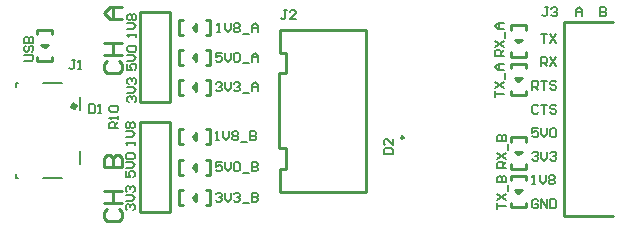
<source format=gto>
%FSLAX44Y44*%
%MOMM*%
G71*
G01*
G75*
%ADD10R,1.3000X0.4500*%
%ADD11R,2.7940X0.7366*%
%ADD12R,0.5000X0.2000*%
%ADD13R,0.7620X0.7620*%
%ADD14R,0.3000X0.3000*%
%ADD15R,0.7620X0.7620*%
%ADD16R,0.6200X0.5700*%
%ADD17C,0.1500*%
%ADD18C,0.2540*%
%ADD19R,1.5240X1.5240*%
%ADD20C,1.5240*%
%ADD21C,0.8000*%
%ADD22O,1.8000X1.1500*%
%ADD23O,2.0000X1.4500*%
%ADD24R,1.8000X1.8000*%
%ADD25C,1.8000*%
%ADD26C,0.6100*%
%ADD27C,0.6000*%
%ADD28C,3.3000*%
%ADD29R,0.5700X0.6200*%
%ADD30R,0.6000X0.5500*%
%ADD31R,1.4000X2.2000*%
%ADD32O,1.7500X0.3500*%
%ADD33O,0.3500X1.7500*%
%ADD34R,0.8500X0.3500*%
%ADD35R,0.9500X0.9500*%
%ADD36R,0.5500X0.6000*%
%ADD37R,0.9700X0.9600*%
%ADD38R,0.9500X0.9500*%
%ADD39R,1.2500X0.3000*%
%ADD40O,0.3000X0.8000*%
%ADD41O,0.8000X0.3000*%
%ADD42R,1.5000X1.0000*%
%ADD43C,0.4000*%
%ADD44C,0.2286*%
%ADD45C,0.1778*%
D17*
X1292900Y1130640D02*
X1294300D01*
X1315600D02*
X1331600D01*
X1315600Y1210640D02*
X1331600D01*
X1292900D02*
X1294300D01*
X1346900Y1187640D02*
Y1198940D01*
Y1142340D02*
Y1153640D01*
X1292900Y1207640D02*
Y1210640D01*
Y1130640D02*
Y1133640D01*
D18*
X1621120Y1164680D02*
G03*
X1621120Y1164680I-1000J0D01*
G01*
X1516940Y1118920D02*
Y1138478D01*
X1522020D01*
Y1155750D01*
X1515670D02*
X1522020D01*
X1515670D02*
Y1219250D01*
X1522020D01*
Y1236522D01*
X1516940D02*
X1522020D01*
X1516940D02*
Y1256080D01*
X1589330D01*
Y1118920D02*
Y1256080D01*
X1516940Y1118920D02*
X1589330D01*
X1317500Y1241485D02*
X1320500Y1243485D01*
X1314500D02*
X1317500Y1241485D01*
X1314500Y1243485D02*
X1320500D01*
X1718250Y1150485D02*
X1721250Y1152485D01*
X1715250D02*
X1718250Y1150485D01*
X1715250Y1152485D02*
X1721250D01*
X1718250Y1117985D02*
X1721250Y1119985D01*
X1715250D02*
X1718250Y1117985D01*
X1715250Y1119985D02*
X1721250D01*
X1718250Y1245485D02*
X1721250Y1247485D01*
X1715250D02*
X1718250Y1245485D01*
X1715250Y1247485D02*
X1721250D01*
X1718250Y1212985D02*
X1721250Y1214985D01*
X1715250D02*
X1718250Y1212985D01*
X1715250Y1214985D02*
X1721250D01*
X1757300Y1262700D02*
X1798500D01*
X1757300Y1097900D02*
Y1262700D01*
Y1097900D02*
X1798500D01*
X1398354Y1177700D02*
X1423754D01*
X1398354Y1101500D02*
Y1177700D01*
Y1101500D02*
X1423754D01*
Y1177700D01*
X1398354Y1270702D02*
X1423754D01*
X1398354Y1194502D02*
Y1270702D01*
Y1194502D02*
X1423754D01*
Y1270702D01*
X1444985Y1254750D02*
Y1260750D01*
X1442985Y1257750D02*
X1444985Y1260750D01*
X1442985Y1257750D02*
X1444985Y1254750D01*
Y1204500D02*
Y1210500D01*
X1442985Y1207500D02*
X1444985Y1210500D01*
X1442985Y1207500D02*
X1444985Y1204500D01*
Y1229625D02*
Y1235625D01*
X1442985Y1232625D02*
X1444985Y1235625D01*
X1442985Y1232625D02*
X1444985Y1229625D01*
Y1162500D02*
Y1168500D01*
X1442985Y1165500D02*
X1444985Y1168500D01*
X1442985Y1165500D02*
X1444985Y1162500D01*
Y1110750D02*
Y1116750D01*
X1442985Y1113750D02*
X1444985Y1116750D01*
X1442985Y1113750D02*
X1444985Y1110750D01*
Y1136625D02*
Y1142625D01*
X1442985Y1139625D02*
X1444985Y1142625D01*
X1442985Y1139625D02*
X1444985Y1136625D01*
X1369804Y1229407D02*
X1367265Y1226868D01*
Y1221789D01*
X1369804Y1219250D01*
X1379961D01*
X1382500Y1221789D01*
Y1226868D01*
X1379961Y1229407D01*
X1367265Y1234485D02*
X1382500D01*
X1374882D01*
Y1244642D01*
X1367265D01*
X1382500D01*
Y1264955D02*
X1372343D01*
X1367265Y1270034D01*
X1372343Y1275112D01*
X1382500D01*
X1374882D01*
Y1264955D01*
X1369804Y1104157D02*
X1367265Y1101618D01*
Y1096539D01*
X1369804Y1094000D01*
X1379961D01*
X1382500Y1096539D01*
Y1101618D01*
X1379961Y1104157D01*
X1367265Y1109235D02*
X1382500D01*
X1374883D01*
Y1119392D01*
X1367265D01*
X1382500D01*
X1367265Y1139705D02*
X1382500D01*
Y1147323D01*
X1379961Y1149862D01*
X1377422D01*
X1374883Y1147323D01*
Y1139705D01*
Y1147323D01*
X1372343Y1149862D01*
X1369804D01*
X1367265Y1147323D01*
Y1139705D01*
D43*
X1343314Y1191054D02*
G03*
X1343314Y1191054I-1414J0D01*
G01*
D44*
X1311150Y1252025D02*
Y1255835D01*
X1323850D01*
Y1252025D02*
Y1255835D01*
X1311150Y1229165D02*
Y1232975D01*
Y1229165D02*
X1323850D01*
Y1232975D01*
X1711900Y1161025D02*
Y1164835D01*
X1724600D01*
Y1161025D02*
Y1164835D01*
X1711900Y1138165D02*
Y1141975D01*
Y1138165D02*
X1724600D01*
Y1141975D01*
X1711900Y1128525D02*
Y1132335D01*
X1724600D01*
Y1128525D02*
Y1132335D01*
X1711900Y1105665D02*
Y1109475D01*
Y1105665D02*
X1724600D01*
Y1109475D01*
X1711900Y1256025D02*
Y1259835D01*
X1724600D01*
Y1256025D02*
Y1259835D01*
X1711900Y1233165D02*
Y1236975D01*
Y1233165D02*
X1724600D01*
Y1236975D01*
X1711900Y1223525D02*
Y1227335D01*
X1724600D01*
Y1223525D02*
Y1227335D01*
X1711900Y1200665D02*
Y1204475D01*
Y1200665D02*
X1724600D01*
Y1204475D01*
X1430665Y1251400D02*
X1434475D01*
X1430665D02*
Y1264100D01*
X1434475D01*
X1453525Y1251400D02*
X1457335D01*
Y1264100D01*
X1453525D02*
X1457335D01*
X1430665Y1201150D02*
X1434475D01*
X1430665D02*
Y1213850D01*
X1434475D01*
X1453525Y1201150D02*
X1457335D01*
Y1213850D01*
X1453525D02*
X1457335D01*
X1430665Y1226275D02*
X1434475D01*
X1430665D02*
Y1238975D01*
X1434475D01*
X1453525Y1226275D02*
X1457335D01*
Y1238975D01*
X1453525D02*
X1457335D01*
X1430665Y1159150D02*
X1434475D01*
X1430665D02*
Y1171850D01*
X1434475D01*
X1453525Y1159150D02*
X1457335D01*
Y1171850D01*
X1453525D02*
X1457335D01*
X1430665Y1107400D02*
X1434475D01*
X1430665D02*
Y1120100D01*
X1434475D01*
X1453525Y1107400D02*
X1457335D01*
Y1120100D01*
X1453525D02*
X1457335D01*
X1430665Y1133275D02*
X1434475D01*
X1430665D02*
Y1145975D01*
X1434475D01*
X1453525Y1133275D02*
X1457335D01*
Y1145975D01*
X1453525D02*
X1457335D01*
D45*
X1522145Y1272460D02*
X1519606D01*
X1520876D01*
Y1266113D01*
X1519606Y1264843D01*
X1518337D01*
X1517067Y1266113D01*
X1529763Y1264843D02*
X1524685D01*
X1529763Y1269921D01*
Y1271191D01*
X1528493Y1272460D01*
X1525954D01*
X1524685Y1271191D01*
X1604382Y1150750D02*
X1612000D01*
Y1154559D01*
X1610730Y1155828D01*
X1605652D01*
X1604382Y1154559D01*
Y1150750D01*
X1612000Y1163446D02*
Y1158367D01*
X1606922Y1163446D01*
X1605652D01*
X1604382Y1162176D01*
Y1159637D01*
X1605652Y1158367D01*
X1299883Y1229750D02*
X1306230D01*
X1307500Y1231020D01*
Y1233559D01*
X1306230Y1234828D01*
X1299883D01*
X1301152Y1242446D02*
X1299883Y1241176D01*
Y1238637D01*
X1301152Y1237367D01*
X1302422D01*
X1303691Y1238637D01*
Y1241176D01*
X1304961Y1242446D01*
X1306230D01*
X1307500Y1241176D01*
Y1238637D01*
X1306230Y1237367D01*
X1299883Y1244985D02*
X1307500D01*
Y1248794D01*
X1306230Y1250063D01*
X1304961D01*
X1303691Y1248794D01*
Y1244985D01*
Y1248794D01*
X1302422Y1250063D01*
X1301152D01*
X1299883Y1248794D01*
Y1244985D01*
X1708250Y1139000D02*
X1700632D01*
Y1142809D01*
X1701902Y1144078D01*
X1704441D01*
X1705711Y1142809D01*
Y1139000D01*
Y1141539D02*
X1708250Y1144078D01*
X1700632Y1146618D02*
X1708250Y1151696D01*
X1700632D02*
X1708250Y1146618D01*
X1709520Y1154235D02*
Y1159313D01*
X1700632Y1161853D02*
X1708250D01*
Y1165661D01*
X1706980Y1166931D01*
X1705711D01*
X1704441Y1165661D01*
Y1161853D01*
Y1165661D01*
X1703172Y1166931D01*
X1701902D01*
X1700632Y1165661D01*
Y1161853D01*
Y1104000D02*
Y1109078D01*
Y1106539D01*
X1708250D01*
X1700632Y1111618D02*
X1708250Y1116696D01*
X1700632D02*
X1708250Y1111618D01*
X1709520Y1119235D02*
Y1124313D01*
X1700632Y1126853D02*
X1708250D01*
Y1130661D01*
X1706980Y1131931D01*
X1705711D01*
X1704441Y1130661D01*
Y1126853D01*
Y1130661D01*
X1703172Y1131931D01*
X1701902D01*
X1700632Y1130661D01*
Y1126853D01*
X1705750Y1234000D02*
X1698132D01*
Y1237809D01*
X1699402Y1239078D01*
X1701941D01*
X1703211Y1237809D01*
Y1234000D01*
Y1236539D02*
X1705750Y1239078D01*
X1698132Y1241618D02*
X1705750Y1246696D01*
X1698132D02*
X1705750Y1241618D01*
X1707020Y1249235D02*
Y1254313D01*
X1705750Y1256853D02*
X1700672D01*
X1698132Y1259392D01*
X1700672Y1261931D01*
X1705750D01*
X1701941D01*
Y1256853D01*
X1698132Y1199000D02*
Y1204078D01*
Y1201539D01*
X1705750D01*
X1698132Y1206618D02*
X1705750Y1211696D01*
X1698132D02*
X1705750Y1206618D01*
X1707020Y1214235D02*
Y1219313D01*
X1705750Y1221853D02*
X1700672D01*
X1698132Y1224392D01*
X1700672Y1226931D01*
X1705750D01*
X1701941D01*
Y1221853D01*
X1379750Y1172750D02*
X1372133D01*
Y1176559D01*
X1373402Y1177828D01*
X1375941D01*
X1377211Y1176559D01*
Y1172750D01*
Y1175289D02*
X1379750Y1177828D01*
Y1180368D02*
Y1182907D01*
Y1181637D01*
X1372133D01*
X1373402Y1180368D01*
Y1186715D02*
X1372133Y1187985D01*
Y1190524D01*
X1373402Y1191794D01*
X1378480D01*
X1379750Y1190524D01*
Y1187985D01*
X1378480Y1186715D01*
X1373402D01*
X1743578Y1275117D02*
X1741039D01*
X1742309D01*
Y1268770D01*
X1741039Y1267500D01*
X1739770D01*
X1738500Y1268770D01*
X1746118Y1273848D02*
X1747387Y1275117D01*
X1749926D01*
X1751196Y1273848D01*
Y1272578D01*
X1749926Y1271309D01*
X1748657D01*
X1749926D01*
X1751196Y1270039D01*
Y1268770D01*
X1749926Y1267500D01*
X1747387D01*
X1746118Y1268770D01*
X1343078Y1230118D02*
X1340539D01*
X1341809D01*
Y1223770D01*
X1340539Y1222500D01*
X1339270D01*
X1338000Y1223770D01*
X1345618Y1222500D02*
X1348157D01*
X1346887D01*
Y1230118D01*
X1345618Y1228848D01*
X1355000Y1192868D02*
Y1185250D01*
X1358809D01*
X1360078Y1186520D01*
Y1191598D01*
X1358809Y1192868D01*
X1355000D01*
X1362617Y1185250D02*
X1365157D01*
X1363887D01*
Y1192868D01*
X1362617Y1191598D01*
X1463520Y1253750D02*
X1466059D01*
X1464789D01*
Y1261367D01*
X1463520Y1260098D01*
X1469868Y1261367D02*
Y1256289D01*
X1472407Y1253750D01*
X1474946Y1256289D01*
Y1261367D01*
X1477485Y1260098D02*
X1478755Y1261367D01*
X1481294D01*
X1482563Y1260098D01*
Y1258828D01*
X1481294Y1257559D01*
X1482563Y1256289D01*
Y1255020D01*
X1481294Y1253750D01*
X1478755D01*
X1477485Y1255020D01*
Y1256289D01*
X1478755Y1257559D01*
X1477485Y1258828D01*
Y1260098D01*
X1478755Y1257559D02*
X1481294D01*
X1485103Y1252480D02*
X1490181D01*
X1492720Y1253750D02*
Y1258828D01*
X1495259Y1261367D01*
X1497798Y1258828D01*
Y1253750D01*
Y1257559D01*
X1492720D01*
X1462250Y1162500D02*
X1464789D01*
X1463520D01*
Y1170117D01*
X1462250Y1168848D01*
X1468598Y1170117D02*
Y1165039D01*
X1471137Y1162500D01*
X1473676Y1165039D01*
Y1170117D01*
X1476216Y1168848D02*
X1477485Y1170117D01*
X1480024D01*
X1481294Y1168848D01*
Y1167578D01*
X1480024Y1166309D01*
X1481294Y1165039D01*
Y1163770D01*
X1480024Y1162500D01*
X1477485D01*
X1476216Y1163770D01*
Y1165039D01*
X1477485Y1166309D01*
X1476216Y1167578D01*
Y1168848D01*
X1477485Y1166309D02*
X1480024D01*
X1483833Y1161230D02*
X1488911D01*
X1491451Y1170117D02*
Y1162500D01*
X1495259D01*
X1496529Y1163770D01*
Y1165039D01*
X1495259Y1166309D01*
X1491451D01*
X1495259D01*
X1496529Y1167578D01*
Y1168848D01*
X1495259Y1170117D01*
X1491451D01*
X1462250Y1210348D02*
X1463520Y1211618D01*
X1466059D01*
X1467328Y1210348D01*
Y1209078D01*
X1466059Y1207809D01*
X1464789D01*
X1466059D01*
X1467328Y1206539D01*
Y1205270D01*
X1466059Y1204000D01*
X1463520D01*
X1462250Y1205270D01*
X1469868Y1211618D02*
Y1206539D01*
X1472407Y1204000D01*
X1474946Y1206539D01*
Y1211618D01*
X1477485Y1210348D02*
X1478755Y1211618D01*
X1481294D01*
X1482563Y1210348D01*
Y1209078D01*
X1481294Y1207809D01*
X1480024D01*
X1481294D01*
X1482563Y1206539D01*
Y1205270D01*
X1481294Y1204000D01*
X1478755D01*
X1477485Y1205270D01*
X1485103Y1202730D02*
X1490181D01*
X1492720Y1204000D02*
Y1209078D01*
X1495259Y1211618D01*
X1497798Y1209078D01*
Y1204000D01*
Y1207809D01*
X1492720D01*
X1462250Y1116598D02*
X1463520Y1117868D01*
X1466059D01*
X1467328Y1116598D01*
Y1115328D01*
X1466059Y1114059D01*
X1464789D01*
X1466059D01*
X1467328Y1112789D01*
Y1111520D01*
X1466059Y1110250D01*
X1463520D01*
X1462250Y1111520D01*
X1469868Y1117868D02*
Y1112789D01*
X1472407Y1110250D01*
X1474946Y1112789D01*
Y1117868D01*
X1477485Y1116598D02*
X1478755Y1117868D01*
X1481294D01*
X1482563Y1116598D01*
Y1115328D01*
X1481294Y1114059D01*
X1480024D01*
X1481294D01*
X1482563Y1112789D01*
Y1111520D01*
X1481294Y1110250D01*
X1478755D01*
X1477485Y1111520D01*
X1485103Y1108980D02*
X1490181D01*
X1492720Y1117868D02*
Y1110250D01*
X1496529D01*
X1497798Y1111520D01*
Y1112789D01*
X1496529Y1114059D01*
X1492720D01*
X1496529D01*
X1497798Y1115328D01*
Y1116598D01*
X1496529Y1117868D01*
X1492720D01*
X1467328Y1236492D02*
X1462250D01*
Y1232684D01*
X1464789Y1233953D01*
X1466059D01*
X1467328Y1232684D01*
Y1230145D01*
X1466059Y1228875D01*
X1463520D01*
X1462250Y1230145D01*
X1469868Y1236492D02*
Y1231414D01*
X1472407Y1228875D01*
X1474946Y1231414D01*
Y1236492D01*
X1477485Y1235223D02*
X1478755Y1236492D01*
X1481294D01*
X1482563Y1235223D01*
Y1230145D01*
X1481294Y1228875D01*
X1478755D01*
X1477485Y1230145D01*
Y1235223D01*
X1485103Y1227605D02*
X1490181D01*
X1492720Y1228875D02*
Y1233953D01*
X1495259Y1236492D01*
X1497798Y1233953D01*
Y1228875D01*
Y1232684D01*
X1492720D01*
X1467328Y1143992D02*
X1462250D01*
Y1140184D01*
X1464789Y1141453D01*
X1466059D01*
X1467328Y1140184D01*
Y1137645D01*
X1466059Y1136375D01*
X1463520D01*
X1462250Y1137645D01*
X1469868Y1143992D02*
Y1138914D01*
X1472407Y1136375D01*
X1474946Y1138914D01*
Y1143992D01*
X1477485Y1142723D02*
X1478755Y1143992D01*
X1481294D01*
X1482563Y1142723D01*
Y1137645D01*
X1481294Y1136375D01*
X1478755D01*
X1477485Y1137645D01*
Y1142723D01*
X1485103Y1135105D02*
X1490181D01*
X1492720Y1143992D02*
Y1136375D01*
X1496529D01*
X1497798Y1137645D01*
Y1138914D01*
X1496529Y1140184D01*
X1492720D01*
X1496529D01*
X1497798Y1141453D01*
Y1142723D01*
X1496529Y1143992D01*
X1492720D01*
X1735078Y1172617D02*
X1730000D01*
Y1168809D01*
X1732539Y1170078D01*
X1733809D01*
X1735078Y1168809D01*
Y1166270D01*
X1733809Y1165000D01*
X1731270D01*
X1730000Y1166270D01*
X1737617Y1172617D02*
Y1167539D01*
X1740157Y1165000D01*
X1742696Y1167539D01*
Y1172617D01*
X1745235Y1171348D02*
X1746505Y1172617D01*
X1749044D01*
X1750313Y1171348D01*
Y1166270D01*
X1749044Y1165000D01*
X1746505D01*
X1745235Y1166270D01*
Y1171348D01*
X1735078Y1111348D02*
X1733809Y1112617D01*
X1731270D01*
X1730000Y1111348D01*
Y1106270D01*
X1731270Y1105000D01*
X1733809D01*
X1735078Y1106270D01*
Y1108809D01*
X1732539D01*
X1737617Y1105000D02*
Y1112617D01*
X1742696Y1105000D01*
Y1112617D01*
X1745235D02*
Y1105000D01*
X1749044D01*
X1750313Y1106270D01*
Y1111348D01*
X1749044Y1112617D01*
X1745235D01*
X1730000Y1125000D02*
X1732539D01*
X1731270D01*
Y1132617D01*
X1730000Y1131348D01*
X1736348Y1132617D02*
Y1127539D01*
X1738887Y1125000D01*
X1741426Y1127539D01*
Y1132617D01*
X1743965Y1131348D02*
X1745235Y1132617D01*
X1747774D01*
X1749044Y1131348D01*
Y1130078D01*
X1747774Y1128809D01*
X1749044Y1127539D01*
Y1126270D01*
X1747774Y1125000D01*
X1745235D01*
X1743965Y1126270D01*
Y1127539D01*
X1745235Y1128809D01*
X1743965Y1130078D01*
Y1131348D01*
X1745235Y1128809D02*
X1747774D01*
X1735078Y1191348D02*
X1733809Y1192617D01*
X1731270D01*
X1730000Y1191348D01*
Y1186270D01*
X1731270Y1185000D01*
X1733809D01*
X1735078Y1186270D01*
X1737617Y1192617D02*
X1742696D01*
X1740157D01*
Y1185000D01*
X1750313Y1191348D02*
X1749044Y1192617D01*
X1746505D01*
X1745235Y1191348D01*
Y1190078D01*
X1746505Y1188809D01*
X1749044D01*
X1750313Y1187539D01*
Y1186270D01*
X1749044Y1185000D01*
X1746505D01*
X1745235Y1186270D01*
X1730000Y1205000D02*
Y1212617D01*
X1733809D01*
X1735078Y1211348D01*
Y1208809D01*
X1733809Y1207539D01*
X1730000D01*
X1732539D02*
X1735078Y1205000D01*
X1737617Y1212617D02*
X1742696D01*
X1740157D01*
Y1205000D01*
X1750313Y1211348D02*
X1749044Y1212617D01*
X1746505D01*
X1745235Y1211348D01*
Y1210078D01*
X1746505Y1208809D01*
X1749044D01*
X1750313Y1207539D01*
Y1206270D01*
X1749044Y1205000D01*
X1746505D01*
X1745235Y1206270D01*
X1737617Y1225000D02*
Y1232617D01*
X1741426D01*
X1742696Y1231348D01*
Y1228809D01*
X1741426Y1227539D01*
X1737617D01*
X1740157D02*
X1742696Y1225000D01*
X1745235Y1232617D02*
X1750313Y1225000D01*
Y1232617D02*
X1745235Y1225000D01*
X1737617Y1252617D02*
X1742696D01*
X1740157D01*
Y1245000D01*
X1745235Y1252617D02*
X1750313Y1245000D01*
Y1252617D02*
X1745235Y1245000D01*
X1787500Y1275117D02*
Y1267500D01*
X1791309D01*
X1792578Y1268770D01*
Y1270039D01*
X1791309Y1271309D01*
X1787500D01*
X1791309D01*
X1792578Y1272578D01*
Y1273848D01*
X1791309Y1275117D01*
X1787500D01*
X1767500Y1267500D02*
Y1272578D01*
X1770039Y1275117D01*
X1772578Y1272578D01*
Y1267500D01*
Y1271309D01*
X1767500D01*
X1730000Y1151348D02*
X1731270Y1152617D01*
X1733809D01*
X1735078Y1151348D01*
Y1150078D01*
X1733809Y1148809D01*
X1732539D01*
X1733809D01*
X1735078Y1147539D01*
Y1146270D01*
X1733809Y1145000D01*
X1731270D01*
X1730000Y1146270D01*
X1737617Y1152617D02*
Y1147539D01*
X1740157Y1145000D01*
X1742696Y1147539D01*
Y1152617D01*
X1745235Y1151348D02*
X1746505Y1152617D01*
X1749044D01*
X1750313Y1151348D01*
Y1150078D01*
X1749044Y1148809D01*
X1747774D01*
X1749044D01*
X1750313Y1147539D01*
Y1146270D01*
X1749044Y1145000D01*
X1746505D01*
X1745235Y1146270D01*
X1388402Y1194500D02*
X1387133Y1195770D01*
Y1198309D01*
X1388402Y1199578D01*
X1389672D01*
X1390941Y1198309D01*
Y1197039D01*
Y1198309D01*
X1392211Y1199578D01*
X1393480D01*
X1394750Y1198309D01*
Y1195770D01*
X1393480Y1194500D01*
X1387133Y1202117D02*
X1392211D01*
X1394750Y1204657D01*
X1392211Y1207196D01*
X1387133D01*
X1388402Y1209735D02*
X1387133Y1211005D01*
Y1213544D01*
X1388402Y1214813D01*
X1389672D01*
X1390941Y1213544D01*
Y1212274D01*
Y1213544D01*
X1392211Y1214813D01*
X1393480D01*
X1394750Y1213544D01*
Y1211005D01*
X1393480Y1209735D01*
X1387383Y1227328D02*
Y1222250D01*
X1391191D01*
X1389922Y1224789D01*
Y1226059D01*
X1391191Y1227328D01*
X1393730D01*
X1395000Y1226059D01*
Y1223520D01*
X1393730Y1222250D01*
X1387383Y1229867D02*
X1392461D01*
X1395000Y1232407D01*
X1392461Y1234946D01*
X1387383D01*
X1388652Y1237485D02*
X1387383Y1238755D01*
Y1241294D01*
X1388652Y1242563D01*
X1393730D01*
X1395000Y1241294D01*
Y1238755D01*
X1393730Y1237485D01*
X1388652D01*
X1395000Y1250000D02*
Y1252539D01*
Y1251270D01*
X1387382D01*
X1388652Y1250000D01*
X1387382Y1256348D02*
X1392461D01*
X1395000Y1258887D01*
X1392461Y1261426D01*
X1387382D01*
X1388652Y1263966D02*
X1387382Y1265235D01*
Y1267774D01*
X1388652Y1269044D01*
X1389922D01*
X1391191Y1267774D01*
X1392461Y1269044D01*
X1393730D01*
X1395000Y1267774D01*
Y1265235D01*
X1393730Y1263966D01*
X1392461D01*
X1391191Y1265235D01*
X1389922Y1263966D01*
X1388652D01*
X1391191Y1265235D02*
Y1267774D01*
X1393750Y1158750D02*
Y1161289D01*
Y1160020D01*
X1386132D01*
X1387402Y1158750D01*
X1386132Y1165098D02*
X1391211D01*
X1393750Y1167637D01*
X1391211Y1170176D01*
X1386132D01*
X1387402Y1172716D02*
X1386132Y1173985D01*
Y1176524D01*
X1387402Y1177794D01*
X1388672D01*
X1389941Y1176524D01*
X1391211Y1177794D01*
X1392480D01*
X1393750Y1176524D01*
Y1173985D01*
X1392480Y1172716D01*
X1391211D01*
X1389941Y1173985D01*
X1388672Y1172716D01*
X1387402D01*
X1389941Y1173985D02*
Y1176524D01*
X1386133Y1136078D02*
Y1131000D01*
X1389941D01*
X1388672Y1133539D01*
Y1134809D01*
X1389941Y1136078D01*
X1392480D01*
X1393750Y1134809D01*
Y1132270D01*
X1392480Y1131000D01*
X1386133Y1138618D02*
X1391211D01*
X1393750Y1141157D01*
X1391211Y1143696D01*
X1386133D01*
X1387402Y1146235D02*
X1386133Y1147505D01*
Y1150044D01*
X1387402Y1151313D01*
X1392480D01*
X1393750Y1150044D01*
Y1147505D01*
X1392480Y1146235D01*
X1387402D01*
X1387152Y1103250D02*
X1385882Y1104520D01*
Y1107059D01*
X1387152Y1108328D01*
X1388422D01*
X1389691Y1107059D01*
Y1105789D01*
Y1107059D01*
X1390961Y1108328D01*
X1392230D01*
X1393500Y1107059D01*
Y1104520D01*
X1392230Y1103250D01*
X1385882Y1110868D02*
X1390961D01*
X1393500Y1113407D01*
X1390961Y1115946D01*
X1385882D01*
X1387152Y1118485D02*
X1385882Y1119755D01*
Y1122294D01*
X1387152Y1123563D01*
X1388422D01*
X1389691Y1122294D01*
Y1121024D01*
Y1122294D01*
X1390961Y1123563D01*
X1392230D01*
X1393500Y1122294D01*
Y1119755D01*
X1392230Y1118485D01*
M02*

</source>
